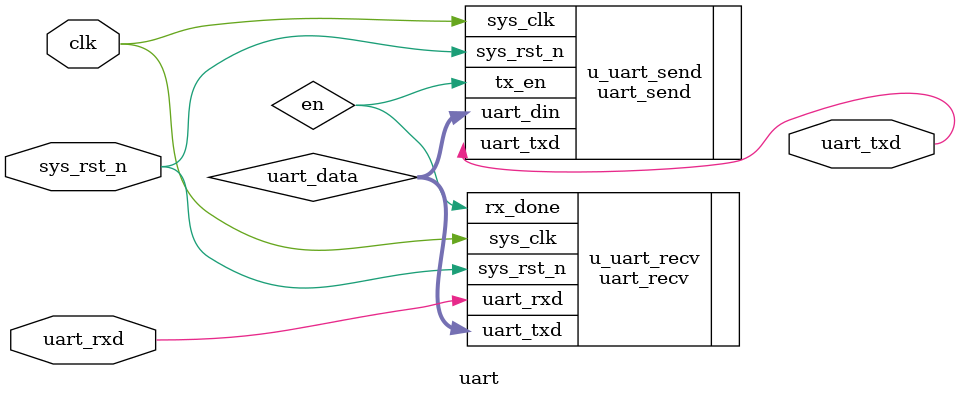
<source format=v>
module	uart(
	input			clk,
	input			sys_rst_n,
	input			uart_rxd,	
	output			uart_txd
);
 
parameter			FREQ	=	50000000;
parameter			BPS		=	9600;
 
wire				en;
wire		[7:0]	uart_data;
 
uart_recv	 #(                          //串口接收模块
    .FREQ       	(FREQ),       //设置系统时钟频率
    .BPS       		(BPS))
u_uart_recv(
	.sys_clk        (clk),
	.sys_rst_n      (sys_rst_n),
	.uart_rxd       (uart_rxd),
	
	
	.uart_txd		(uart_data),
	.rx_done		(en)
);
 
uart_send	 #(                          //串口发送模块
    .FREQ       	(FREQ),       //设置系统时钟频率
    .BPS       		(BPS))
u_uart_send(
	.sys_clk        (clk),
	.sys_rst_n      (sys_rst_n),
	.uart_din		(uart_data),
	.tx_en			(en),
	.uart_txd		(uart_txd)
);
 
endmodule 
</source>
